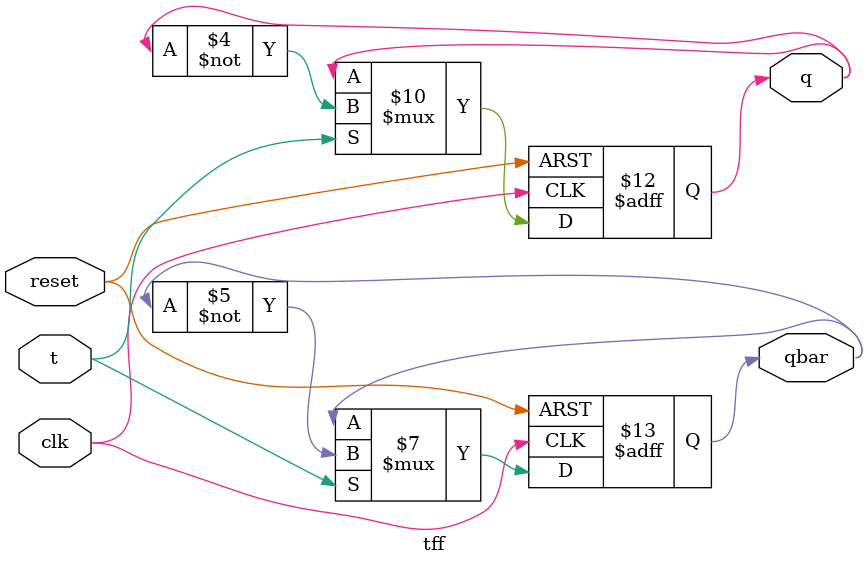
<source format=v>
`timescale 1ns / 1ps


module tff(
    input t,clk,reset,
    output reg q,qbar
    );
    always @(posedge clk or posedge reset)
    begin
    if (reset == 1)
    begin
    q = 1'b0;
    qbar = 1'b1;
    end
    else if (t == 1)
    begin
    q = ~q;
    qbar = ~qbar;
    end
    else
    begin
    q = q;
    qbar = qbar;
    end
    end
endmodule

</source>
